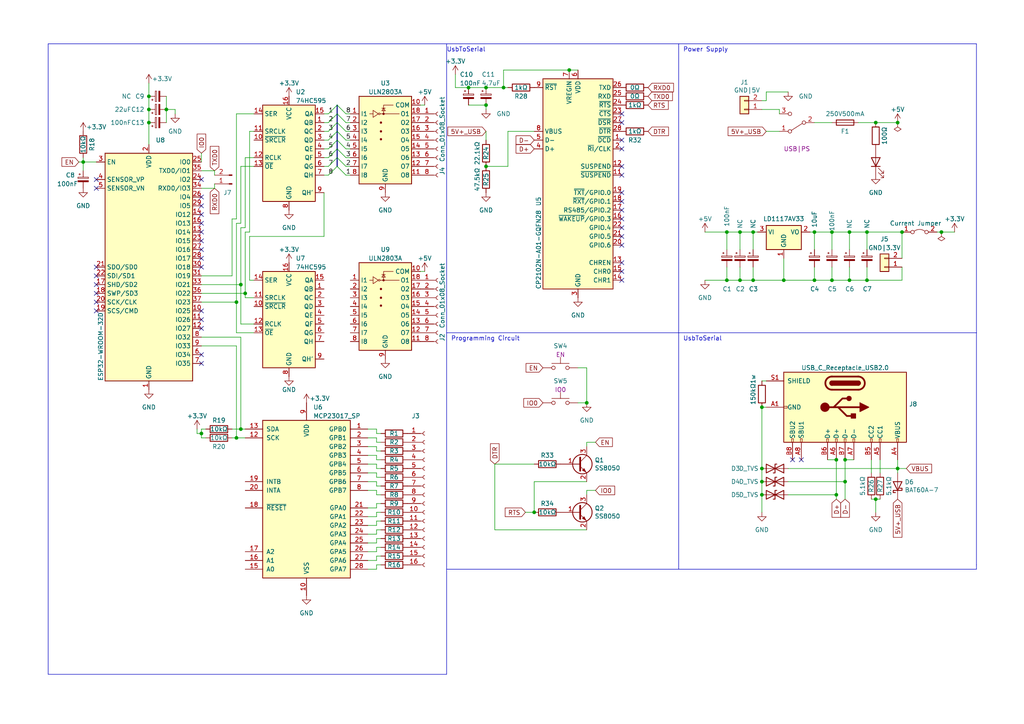
<source format=kicad_sch>
(kicad_sch (version 20230121) (generator eeschema)
  (paper "A4")
  (junction (at 210.82 81.28))
  (junction (at 220.98 135.89))
  (junction (at 260.35 35.56))
  (junction (at 68.58 127))
  (junction (at 242.57 143.51))
  (junction (at 220.98 118.11))
  (junction (at 24.13 46.99))
  (junction (at 68.58 87.63))
  (junction (at 58.42 125.73))
  (junction (at 261.62 67.31))
  (junction (at 154.94 148.59))
  (junction (at 246.38 81.28))
  (junction (at 245.11 139.7))
  (junction (at 254 35.56))
  (junction (at 218.44 81.28))
  (junction (at 69.85 82.55))
  (junction (at 242.57 133.35))
  (junction (at 241.3 67.31))
  (junction (at 140.97 30.48))
  (junction (at 260.35 135.89))
  (junction (at 227.33 81.28))
  (junction (at 165.1 20.32))
  (junction (at 218.44 67.31))
  (junction (at 210.82 67.31))
  (junction (at 135.89 25.4))
  (junction (at 140.97 25.4))
  (junction (at 214.63 81.28))
  (junction (at 43.18 27.94))
  (junction (at 48.26 31.75))
  (junction (at 245.11 133.35))
  (junction (at 254 144.78))
  (junction (at 273.05 67.31))
  (junction (at 236.22 81.28))
  (junction (at 251.46 67.31))
  (junction (at 236.22 67.31))
  (junction (at 251.46 81.28))
  (junction (at 170.18 116.84))
  (junction (at 69.85 124.46))
  (junction (at 220.98 139.7))
  (junction (at 214.63 67.31))
  (junction (at 43.18 35.56))
  (junction (at 241.3 81.28))
  (junction (at 140.97 48.26))
  (junction (at 146.05 25.4))
  (junction (at 246.38 67.31))
  (junction (at 43.18 31.75))
  (junction (at 220.98 143.51))
  (junction (at 71.12 85.09))
  (no_connect (at 180.34 50.8))
  (no_connect (at 27.94 80.01))
  (no_connect (at 27.94 90.17))
  (no_connect (at 58.42 67.31))
  (no_connect (at 180.34 66.04))
  (no_connect (at 180.34 68.58))
  (no_connect (at 180.34 58.42))
  (no_connect (at 27.94 77.47))
  (no_connect (at 180.34 48.26))
  (no_connect (at 58.42 62.23))
  (no_connect (at 180.34 63.5))
  (no_connect (at 180.34 81.28))
  (no_connect (at 58.42 72.39))
  (no_connect (at 58.42 64.77))
  (no_connect (at 58.42 77.47))
  (no_connect (at 180.34 55.88))
  (no_connect (at 58.42 57.15))
  (no_connect (at 58.42 59.69))
  (no_connect (at 58.42 95.25))
  (no_connect (at 229.87 133.35))
  (no_connect (at 27.94 87.63))
  (no_connect (at 180.34 71.12))
  (no_connect (at 58.42 105.41))
  (no_connect (at 180.34 60.96))
  (no_connect (at 58.42 52.07))
  (no_connect (at 58.42 102.87))
  (no_connect (at 27.94 54.61))
  (no_connect (at 27.94 82.55))
  (no_connect (at 180.34 76.2))
  (no_connect (at 58.42 69.85))
  (no_connect (at 180.34 40.64))
  (no_connect (at 232.41 133.35))
  (no_connect (at 180.34 78.74))
  (no_connect (at 180.34 33.02))
  (no_connect (at 180.34 43.18))
  (no_connect (at 58.42 74.93))
  (no_connect (at 180.34 35.56))
  (no_connect (at 27.94 85.09))
  (no_connect (at 58.42 90.17))
  (no_connect (at 58.42 92.71))
  (no_connect (at 27.94 52.07))
  (bus_entry (at 95.25 45.72) (size 2.54 -2.54))
  (bus_entry (at 95.25 35.56) (size 2.54 -2.54))
  (bus_entry (at 95.25 43.18) (size 2.54 -2.54))
  (bus_entry (at 100.33 43.18) (size -2.54 -2.54))
  (bus_entry (at 100.33 38.1) (size -2.54 -2.54))
  (bus_entry (at 100.33 40.64) (size -2.54 -2.54))
  (bus_entry (at 95.25 33.02) (size 2.54 -2.54))
  (bus_entry (at 100.33 35.56) (size -2.54 -2.54))
  (bus_entry (at 95.25 50.8) (size 2.54 -2.54))
  (bus_entry (at 95.25 40.64) (size 2.54 -2.54))
  (bus_entry (at 95.25 48.26) (size 2.54 -2.54))
  (bus_entry (at 100.33 45.72) (size -2.54 -2.54))
  (bus_entry (at 100.33 48.26) (size -2.54 -2.54))
  (bus_entry (at 100.33 33.02) (size -2.54 -2.54))
  (bus_entry (at 95.25 38.1) (size 2.54 -2.54))
  (bus_entry (at 100.33 50.8) (size -2.54 -2.54))
  (wire (pts (xy 58.42 44.45) (xy 58.42 46.99)))
  (wire (pts (xy 109.22 157.48) (xy 106.68 157.48)))
  (wire (pts (xy 106.68 154.94) (xy 109.22 154.94)))
  (wire (pts (xy 234.95 67.31) (xy 236.22 67.31)))
  (wire (pts (xy 109.22 133.35) (xy 110.49 133.35)))
  (wire (pts (xy 109.22 138.43) (xy 110.49 138.43)))
  (wire (pts (xy 72.39 67.31) (xy 71.12 67.31)))
  (wire (pts (xy 68.58 87.63) (xy 68.58 96.52)))
  (wire (pts (xy 58.42 82.55) (xy 69.85 82.55)))
  (wire (pts (xy 260.35 135.89) (xy 260.35 133.35)))
  (wire (pts (xy 93.98 40.64) (xy 95.25 40.64)))
  (wire (pts (xy 109.22 161.29) (xy 109.22 162.56)))
  (wire (pts (xy 261.62 74.93) (xy 261.62 67.31)))
  (wire (pts (xy 69.85 48.26) (xy 69.85 64.77)))
  (wire (pts (xy 106.68 134.62) (xy 109.22 134.62)))
  (wire (pts (xy 71.12 86.36) (xy 73.66 86.36)))
  (wire (pts (xy 109.22 146.05) (xy 109.22 147.32)))
  (wire (pts (xy 93.98 35.56) (xy 95.25 35.56)))
  (wire (pts (xy 110.49 146.05) (xy 109.22 146.05)))
  (wire (pts (xy 246.38 67.31) (xy 251.46 67.31)))
  (wire (pts (xy 132.08 21.59) (xy 132.08 25.4)))
  (wire (pts (xy 48.26 31.75) (xy 48.26 35.56)))
  (wire (pts (xy 248.92 35.56) (xy 254 35.56)))
  (wire (pts (xy 227.33 81.28) (xy 236.22 81.28)))
  (wire (pts (xy 109.22 130.81) (xy 110.49 130.81)))
  (wire (pts (xy 110.49 156.21) (xy 109.22 156.21)))
  (wire (pts (xy 69.85 64.77) (xy 68.58 64.77)))
  (wire (pts (xy 210.82 67.31) (xy 210.82 72.39)))
  (wire (pts (xy 109.22 139.7) (xy 109.22 140.97)))
  (wire (pts (xy 109.22 156.21) (xy 109.22 157.48)))
  (wire (pts (xy 140.97 25.4) (xy 146.05 25.4)))
  (wire (pts (xy 140.97 31.75) (xy 140.97 30.48)))
  (wire (pts (xy 72.39 81.28) (xy 73.66 81.28)))
  (wire (pts (xy 227.33 74.93) (xy 227.33 81.28)))
  (wire (pts (xy 43.18 35.56) (xy 43.18 41.91)))
  (wire (pts (xy 236.22 67.31) (xy 241.3 67.31)))
  (wire (pts (xy 170.18 139.7) (xy 154.94 139.7)))
  (wire (pts (xy 109.22 143.51) (xy 110.49 143.51)))
  (wire (pts (xy 222.25 26.67) (xy 228.6 26.67)))
  (wire (pts (xy 214.63 77.47) (xy 214.63 81.28)))
  (wire (pts (xy 67.31 80.01) (xy 67.31 63.5)))
  (wire (pts (xy 73.66 48.26) (xy 69.85 48.26)))
  (wire (pts (xy 58.42 97.79) (xy 69.85 97.79)))
  (wire (pts (xy 154.94 139.7) (xy 154.94 148.59)))
  (wire (pts (xy 109.22 125.73) (xy 110.49 125.73)))
  (wire (pts (xy 121.92 30.48) (xy 123.19 30.48)))
  (wire (pts (xy 43.18 27.94) (xy 43.18 31.75)))
  (wire (pts (xy 71.12 45.72) (xy 71.12 66.04)))
  (polyline (pts (xy 129.54 12.7) (xy 129.54 195.58)))
  (wire (pts (xy 251.46 67.31) (xy 251.46 72.39)))
  (wire (pts (xy 62.23 49.53) (xy 62.23 50.8)))
  (wire (pts (xy 222.25 26.67) (xy 222.25 29.21)))
  (wire (pts (xy 58.42 85.09) (xy 71.12 85.09)))
  (wire (pts (xy 69.85 82.55) (xy 69.85 93.98)))
  (wire (pts (xy 24.13 46.99) (xy 27.94 46.99)))
  (wire (pts (xy 251.46 77.47) (xy 251.46 81.28)))
  (wire (pts (xy 109.22 154.94) (xy 109.22 153.67)))
  (wire (pts (xy 109.22 142.24) (xy 109.22 143.51)))
  (wire (pts (xy 240.03 133.35) (xy 242.57 133.35)))
  (wire (pts (xy 242.57 143.51) (xy 242.57 144.78)))
  (wire (pts (xy 109.22 140.97) (xy 110.49 140.97)))
  (wire (pts (xy 170.18 106.68) (xy 170.18 116.84)))
  (wire (pts (xy 58.42 124.46) (xy 58.42 125.73)))
  (wire (pts (xy 109.22 162.56) (xy 106.68 162.56)))
  (polyline (pts (xy 13.97 12.7) (xy 196.85 12.7)))
  (wire (pts (xy 204.47 81.28) (xy 210.82 81.28)))
  (wire (pts (xy 121.92 78.74) (xy 123.19 78.74)))
  (polyline (pts (xy 196.85 96.52) (xy 283.21 96.52)))
  (wire (pts (xy 210.82 67.31) (xy 214.63 67.31)))
  (wire (pts (xy 109.22 124.46) (xy 109.22 125.73)))
  (wire (pts (xy 67.31 127) (xy 68.58 127)))
  (wire (pts (xy 214.63 81.28) (xy 218.44 81.28)))
  (polyline (pts (xy 13.97 195.58) (xy 129.54 195.58)))
  (wire (pts (xy 106.68 132.08) (xy 109.22 132.08)))
  (wire (pts (xy 204.47 67.31) (xy 210.82 67.31)))
  (wire (pts (xy 72.39 68.58) (xy 93.98 68.58)))
  (wire (pts (xy 246.38 81.28) (xy 251.46 81.28)))
  (wire (pts (xy 210.82 81.28) (xy 214.63 81.28)))
  (wire (pts (xy 236.22 67.31) (xy 236.22 72.39)))
  (wire (pts (xy 109.22 135.89) (xy 110.49 135.89)))
  (wire (pts (xy 67.31 124.46) (xy 69.85 124.46)))
  (wire (pts (xy 50.8 31.75) (xy 50.8 33.02)))
  (bus (pts (xy 97.79 43.18) (xy 97.79 40.64)))
  (wire (pts (xy 214.63 67.31) (xy 214.63 72.39)))
  (wire (pts (xy 100.33 33.02) (xy 101.6 33.02)))
  (wire (pts (xy 100.33 43.18) (xy 101.6 43.18)))
  (wire (pts (xy 260.35 137.16) (xy 260.35 135.89)))
  (wire (pts (xy 210.82 77.47) (xy 210.82 81.28)))
  (wire (pts (xy 220.98 118.11) (xy 220.98 135.89)))
  (wire (pts (xy 135.89 25.4) (xy 140.97 25.4)))
  (wire (pts (xy 245.11 133.35) (xy 247.65 133.35)))
  (wire (pts (xy 69.85 124.46) (xy 69.85 97.79)))
  (wire (pts (xy 58.42 49.53) (xy 62.23 49.53)))
  (wire (pts (xy 273.05 67.31) (xy 271.78 67.31)))
  (wire (pts (xy 58.42 125.73) (xy 58.42 127)))
  (wire (pts (xy 106.68 165.1) (xy 109.22 165.1)))
  (wire (pts (xy 172.72 128.27) (xy 170.18 128.27)))
  (wire (pts (xy 110.49 151.13) (xy 109.22 151.13)))
  (wire (pts (xy 68.58 96.52) (xy 73.66 96.52)))
  (wire (pts (xy 109.22 160.02) (xy 109.22 158.75)))
  (wire (pts (xy 245.11 133.35) (xy 245.11 139.7)))
  (wire (pts (xy 132.08 25.4) (xy 135.89 25.4)))
  (wire (pts (xy 218.44 67.31) (xy 218.44 72.39)))
  (wire (pts (xy 109.22 129.54) (xy 109.22 130.81)))
  (wire (pts (xy 68.58 127) (xy 71.12 127)))
  (wire (pts (xy 67.31 63.5) (xy 68.58 63.5)))
  (wire (pts (xy 220.98 110.49) (xy 222.25 110.49)))
  (wire (pts (xy 245.11 139.7) (xy 245.11 144.78)))
  (polyline (pts (xy 129.54 96.52) (xy 196.85 96.52)))
  (wire (pts (xy 236.22 81.28) (xy 241.3 81.28)))
  (wire (pts (xy 143.51 153.67) (xy 170.18 153.67)))
  (wire (pts (xy 109.22 127) (xy 109.22 128.27)))
  (wire (pts (xy 242.57 133.35) (xy 242.57 143.51)))
  (wire (pts (xy 109.22 148.59) (xy 110.49 148.59)))
  (wire (pts (xy 273.05 67.31) (xy 276.86 67.31)))
  (wire (pts (xy 146.05 20.32) (xy 146.05 25.4)))
  (wire (pts (xy 22.86 46.99) (xy 24.13 46.99)))
  (wire (pts (xy 48.26 31.75) (xy 50.8 31.75)))
  (wire (pts (xy 165.1 20.32) (xy 167.64 20.32)))
  (bus (pts (xy 97.79 45.72) (xy 97.79 43.18)))
  (wire (pts (xy 218.44 81.28) (xy 227.33 81.28)))
  (wire (pts (xy 109.22 153.67) (xy 110.49 153.67)))
  (wire (pts (xy 260.35 135.89) (xy 262.89 135.89)))
  (bus (pts (xy 97.79 38.1) (xy 97.79 35.56)))
  (wire (pts (xy 109.22 128.27) (xy 110.49 128.27)))
  (wire (pts (xy 93.98 50.8) (xy 95.25 50.8)))
  (wire (pts (xy 68.58 100.33) (xy 68.58 127)))
  (wire (pts (xy 254 144.78) (xy 255.27 144.78)))
  (wire (pts (xy 109.22 165.1) (xy 109.22 163.83)))
  (wire (pts (xy 24.13 45.72) (xy 24.13 46.99)))
  (wire (pts (xy 147.32 38.1) (xy 154.94 38.1)))
  (wire (pts (xy 140.97 38.1) (xy 140.97 40.64)))
  (wire (pts (xy 58.42 80.01) (xy 67.31 80.01)))
  (wire (pts (xy 241.3 67.31) (xy 241.3 72.39)))
  (wire (pts (xy 71.12 66.04) (xy 69.85 66.04)))
  (wire (pts (xy 261.62 77.47) (xy 261.62 81.28)))
  (wire (pts (xy 220.98 118.11) (xy 222.25 118.11)))
  (wire (pts (xy 58.42 100.33) (xy 68.58 100.33)))
  (wire (pts (xy 106.68 127) (xy 109.22 127)))
  (bus (pts (xy 97.79 48.26) (xy 97.79 45.72)))
  (polyline (pts (xy 196.85 12.7) (xy 283.21 12.7)))
  (wire (pts (xy 143.51 134.62) (xy 143.51 153.67)))
  (wire (pts (xy 100.33 40.64) (xy 101.6 40.64)))
  (wire (pts (xy 246.38 67.31) (xy 246.38 72.39)))
  (wire (pts (xy 222.25 29.21) (xy 220.98 29.21)))
  (wire (pts (xy 106.68 139.7) (xy 109.22 139.7)))
  (wire (pts (xy 143.51 134.62) (xy 154.94 134.62)))
  (wire (pts (xy 72.39 68.58) (xy 72.39 81.28)))
  (wire (pts (xy 251.46 67.31) (xy 261.62 67.31)))
  (wire (pts (xy 255.27 133.35) (xy 255.27 137.16)))
  (wire (pts (xy 71.12 85.09) (xy 71.12 67.31)))
  (wire (pts (xy 241.3 67.31) (xy 246.38 67.31)))
  (bus (pts (xy 97.79 35.56) (xy 97.79 33.02)))
  (wire (pts (xy 170.18 128.27) (xy 170.18 129.54)))
  (wire (pts (xy 251.46 81.28) (xy 261.62 81.28)))
  (polyline (pts (xy 283.21 96.52) (xy 283.21 163.83)))
  (wire (pts (xy 109.22 158.75) (xy 110.49 158.75)))
  (wire (pts (xy 109.22 147.32) (xy 106.68 147.32)))
  (wire (pts (xy 109.22 134.62) (xy 109.22 135.89)))
  (wire (pts (xy 170.18 142.24) (xy 170.18 143.51)))
  (wire (pts (xy 135.89 30.48) (xy 140.97 30.48)))
  (wire (pts (xy 226.06 31.75) (xy 226.06 33.02)))
  (wire (pts (xy 106.68 137.16) (xy 109.22 137.16)))
  (wire (pts (xy 241.3 81.28) (xy 246.38 81.28)))
  (wire (pts (xy 220.98 31.75) (xy 226.06 31.75)))
  (wire (pts (xy 106.68 129.54) (xy 109.22 129.54)))
  (wire (pts (xy 57.15 124.46) (xy 57.15 125.73)))
  (wire (pts (xy 59.69 124.46) (xy 58.42 124.46)))
  (wire (pts (xy 220.98 139.7) (xy 220.98 135.89)))
  (polyline (pts (xy 196.85 12.7) (xy 196.85 165.1)))
  (wire (pts (xy 58.42 54.61) (xy 62.23 54.61)))
  (wire (pts (xy 110.49 161.29) (xy 109.22 161.29)))
  (wire (pts (xy 254 35.56) (xy 260.35 35.56)))
  (wire (pts (xy 68.58 33.02) (xy 73.66 33.02)))
  (wire (pts (xy 241.3 35.56) (xy 236.22 35.56)))
  (wire (pts (xy 246.38 77.47) (xy 246.38 81.28)))
  (bus (pts (xy 97.79 40.64) (xy 97.79 38.1)))
  (wire (pts (xy 72.39 38.1) (xy 73.66 38.1)))
  (wire (pts (xy 93.98 33.02) (xy 95.25 33.02)))
  (wire (pts (xy 43.18 24.13) (xy 43.18 27.94)))
  (wire (pts (xy 71.12 86.36) (xy 71.12 85.09)))
  (wire (pts (xy 100.33 50.8) (xy 101.6 50.8)))
  (wire (pts (xy 220.98 143.51) (xy 220.98 148.59)))
  (wire (pts (xy 222.25 38.1) (xy 226.06 38.1)))
  (wire (pts (xy 62.23 54.61) (xy 62.23 53.34)))
  (wire (pts (xy 241.3 77.47) (xy 241.3 81.28)))
  (wire (pts (xy 218.44 67.31) (xy 219.71 67.31)))
  (wire (pts (xy 58.42 127) (xy 59.69 127)))
  (wire (pts (xy 93.98 55.88) (xy 93.98 68.58)))
  (wire (pts (xy 106.68 124.46) (xy 109.22 124.46)))
  (wire (pts (xy 140.97 48.26) (xy 147.32 48.26)))
  (wire (pts (xy 24.13 46.99) (xy 24.13 49.53)))
  (wire (pts (xy 43.18 31.75) (xy 43.18 35.56)))
  (wire (pts (xy 58.42 87.63) (xy 68.58 87.63)))
  (polyline (pts (xy 13.97 12.7) (xy 13.97 195.58)))
  (wire (pts (xy 100.33 45.72) (xy 101.6 45.72)))
  (wire (pts (xy 93.98 45.72) (xy 95.25 45.72)))
  (wire (pts (xy 100.33 48.26) (xy 101.6 48.26)))
  (wire (pts (xy 228.6 143.51) (xy 242.57 143.51)))
  (wire (pts (xy 152.4 148.59) (xy 154.94 148.59)))
  (wire (pts (xy 71.12 124.46) (xy 69.85 124.46)))
  (wire (pts (xy 73.66 45.72) (xy 71.12 45.72)))
  (wire (pts (xy 220.98 143.51) (xy 220.98 139.7)))
  (wire (pts (xy 146.05 25.4) (xy 147.32 25.4)))
  (wire (pts (xy 214.63 67.31) (xy 218.44 67.31)))
  (wire (pts (xy 106.68 152.4) (xy 109.22 152.4)))
  (wire (pts (xy 48.26 27.94) (xy 48.26 31.75)))
  (wire (pts (xy 106.68 149.86) (xy 109.22 149.86)))
  (wire (pts (xy 236.22 77.47) (xy 236.22 81.28)))
  (bus (pts (xy 97.79 33.02) (xy 97.79 30.48)))
  (wire (pts (xy 147.32 48.26) (xy 147.32 38.1)))
  (wire (pts (xy 218.44 77.47) (xy 218.44 81.28)))
  (polyline (pts (xy 283.21 163.83) (xy 283.21 165.1)))
  (wire (pts (xy 109.22 149.86) (xy 109.22 148.59)))
  (wire (pts (xy 106.68 160.02) (xy 109.22 160.02)))
  (wire (pts (xy 72.39 38.1) (xy 72.39 67.31)))
  (wire (pts (xy 69.85 66.04) (xy 69.85 82.55)))
  (wire (pts (xy 68.58 64.77) (xy 68.58 87.63)))
  (wire (pts (xy 93.98 38.1) (xy 95.25 38.1)))
  (wire (pts (xy 100.33 35.56) (xy 101.6 35.56)))
  (wire (pts (xy 228.6 135.89) (xy 260.35 135.89)))
  (wire (pts (xy 57.15 125.73) (xy 58.42 125.73)))
  (polyline (pts (xy 196.85 165.1) (xy 283.21 165.1)))
  (wire (pts (xy 252.73 144.78) (xy 254 144.78)))
  (wire (pts (xy 109.22 151.13) (xy 109.22 152.4)))
  (polyline (pts (xy 283.21 12.7) (xy 283.21 96.52)))
  (wire (pts (xy 172.72 142.24) (xy 170.18 142.24)))
  (wire (pts (xy 106.68 142.24) (xy 109.22 142.24)))
  (wire (pts (xy 109.22 132.08) (xy 109.22 133.35)))
  (wire (pts (xy 228.6 139.7) (xy 245.11 139.7)))
  (wire (pts (xy 167.64 106.68) (xy 170.18 106.68)))
  (wire (pts (xy 252.73 133.35) (xy 252.73 137.16)))
  (wire (pts (xy 254 144.78) (xy 254 148.59)))
  (wire (pts (xy 93.98 43.18) (xy 95.25 43.18)))
  (wire (pts (xy 109.22 163.83) (xy 110.49 163.83)))
  (wire (pts (xy 73.66 93.98) (xy 69.85 93.98)))
  (wire (pts (xy 165.1 20.32) (xy 146.05 20.32)))
  (wire (pts (xy 93.98 48.26) (xy 95.25 48.26)))
  (wire (pts (xy 100.33 38.1) (xy 101.6 38.1)))
  (wire (pts (xy 167.64 116.84) (xy 170.18 116.84)))
  (polyline (pts (xy 129.54 165.1) (xy 196.85 165.1)))
  (wire (pts (xy 68.58 33.02) (xy 68.58 63.5)))
  (wire (pts (xy 109.22 137.16) (xy 109.22 138.43)))
  (text "Programming Circuit" (at 130.81 99.06 0) (effects (font (size 1.27 1.27)) (justify left bottom)))
  (text "UsbToSerial" (at 129.54 15.24 0) (effects (font (size 1.27 1.27)) (justify left bottom)))
  (text "Power Supply" (at 198.12 15.24 0) (effects (font (size 1.27 1.27)) (justify left bottom)))
  (text "UsbToSerial" (at 198.12 99.06 0) (effects (font (size 1.27 1.27)) (justify left bottom)))
  (label "2" (at 100.33 48.26 0))
  (label "7" (at 95.25 48.26 0))
  (label "1" (at 100.33 50.8 0))
  (label "4" (at 95.25 40.64 0))
  (label "3" (at 95.25 38.1 0))
  (label "6" (at 95.25 45.72 0))
  (label "4" (at 100.33 43.18 0))
  (label "2" (at 95.25 35.56 0))
  (label "6" (at 100.33 38.1 0))
  (label "1" (at 95.25 33.02 0))
  (label "5" (at 95.25 43.18 0))
  (label "8" (at 100.33 33.02 0))
  (label "5" (at 100.33 40.64 0))
  (label "3" (at 100.33 45.72 0))
  (label "8" (at 95.25 50.8 0))
  (label "7" (at 100.33 35.56 0))
  (global_label "EN" (shape input) (at 22.86 46.99 180) (property "Intersheetrefs" "${INTERSHEET_REFS}" (effects hide)))
  (global_label "D+" (shape input) (at 242.57 144.78 270) (property "Intersheetrefs" "${INTERSHEET_REFS}" (effects hide)))
  (global_label "RXD0" (shape input) (at 62.23 54.61 270) (property "Intersheetrefs" "${INTERSHEET_REFS}" (effects hide)))
  (global_label "IO0" (shape input) (at 58.42 44.45 90) (property "Intersheetrefs" "${INTERSHEET_REFS}" (effects hide)))
  (global_label "RTS" (shape input) (at 187.96 30.48 0) (property "Intersheetrefs" "${INTERSHEET_REFS}" (effects hide)))
  (global_label "EN" (shape input) (at 172.72 128.27 0) (property "Intersheetrefs" "${INTERSHEET_REFS}" (effects hide)))
  (global_label "IO0" (shape input) (at 172.72 142.24 0) (property "Intersheetrefs" "${INTERSHEET_REFS}" (effects hide)))
  (global_label "EN" (shape input) (at 157.48 106.68 180) (property "Intersheetrefs" "${INTERSHEET_REFS}" (effects hide)))
  (global_label "RTS" (shape input) (at 152.4 148.59 180) (property "Intersheetrefs" "${INTERSHEET_REFS}" (effects hide)))
  (global_label "VBUS" (shape input) (at 262.89 135.89 0) (property "Intersheetrefs" "${INTERSHEET_REFS}" (effects hide)))
  (global_label "DTR" (shape input) (at 143.51 134.62 90) (property "Intersheetrefs" "${INTERSHEET_REFS}" (effects hide)))
  (global_label "D-" (shape input) (at 245.11 144.78 270) (property "Intersheetrefs" "${INTERSHEET_REFS}" (effects hide)))
  (global_label "5V+_USB" (shape input) (at 260.35 144.78 270) (property "Intersheetrefs" "${INTERSHEET_REFS}" (effects hide)))
  (global_label "5V+_USB" (shape input) (at 222.25 38.1 180) (property "Intersheetrefs" "${INTERSHEET_REFS}" (effects hide)))
  (global_label "IO0" (shape input) (at 157.48 116.84 180) (property "Intersheetrefs" "${INTERSHEET_REFS}" (effects hide)))
  (global_label "RXD0" (shape input) (at 187.96 25.4 0) (property "Intersheetrefs" "${INTERSHEET_REFS}" (effects hide)))
  (global_label "DTR" (shape input) (at 187.96 38.1 0) (property "Intersheetrefs" "${INTERSHEET_REFS}" (effects hide)))
  (global_label "D+" (shape input) (at 154.94 43.18 180) (property "Intersheetrefs" "${INTERSHEET_REFS}" (effects hide)))
  (global_label "TXD0" (shape input) (at 187.96 27.94 0) (property "Intersheetrefs" "${INTERSHEET_REFS}" (effects hide)))
  (global_label "D-" (shape input) (at 154.94 40.64 180) (property "Intersheetrefs" "${INTERSHEET_REFS}" (effects hide)))
  (global_label "TXD0" (shape input) (at 62.23 49.53 90) (property "Intersheetrefs" "${INTERSHEET_REFS}" (effects hide)))
  (global_label "5V+_USB" (shape input) (at 140.97 38.1 180) (property "Intersheetrefs" "${INTERSHEET_REFS}" (effects hide)))
  (symbol (lib_id "power:GND") (at 228.6 26.67 0) (unit 1)
    (property "Reference" "#PWR025" (effects hide))
    (property "Value" "GND" (at 233.68 27.94 0))
  )
  (symbol (lib_id "Device:C_Polarized_Small") (at 210.82 74.93 0) (unit 1)
    (property "Reference" "C1" (at 209.55 83.82 0) (effects (justify left)))
    (property "Value" "100nF" (at 210.82 59.69 90) (effects (justify right)))
    (property "Footprint" "Capacitor_SMD:C_0603_1608Metric_Pad1.08x0.95mm_HandSolder" (effects hide))
    (property "Datasheet" "https://www.distrelec.ch/en/ceramic-capacitor-100nf-50vdc-0805-rnd-components-rnd-1500805b104j500nt/p/30086635?q=smd+capacitor+&pos=5&origPos=990&origPageSize=50&track=true" (effects hide))
    (property "JLCPCB" "C14663" (effects hide))
    (property "LCSC" "C14663" (effects hide))
  )
  (symbol (lib_id "Device:R") (at 220.98 114.3 0) (unit 1)
    (property "Reference" "R23" (effects hide))
    (property "Value" "150kΩ1w" (at 218.44 113.03 90))
    (property "Footprint" "Resistor_SMD:R_2512_6332Metric_Pad1.40x3.35mm_HandSolder" (effects hide))
    (property "JLCPCB" "C25719" (effects hide))
  )
  (symbol (lib_id "Device:C_Polarized_Small") (at 246.38 74.93 0) (unit 1)
    (property "Reference" "C6" (at 245.11 83.82 0) (effects (justify left)))
    (property "Value" "NC" (at 246.38 63.5 90) (effects (justify right)))
    (property "Footprint" "Capacitor_SMD:C_0805_2012Metric_Pad1.18x1.45mm_HandSolder" (effects hide))
    (property "Datasheet" "https://www.distrelec.ch/en/ceramic-capacitor-100nf-50vdc-0805-rnd-components-rnd-1500805b104j500nt/p/30086635?q=smd+capacitor+&pos=5&origPos=990&origPageSize=50&track=true" (effects hide))
  )
  (symbol (lib_id "Device:R") (at 140.97 44.45 0) (unit 1)
    (property "Reference" "R24" (at 140.97 44.45 90))
    (property "Value" "22.1kΩ" (at 138.43 44.45 90))
    (property "Footprint" "Resistor_SMD:R_0603_1608Metric_Pad0.98x0.95mm_HandSolder" (effects hide))
    (property "JLCPCB" "C25961" (effects hide))
  )
  (symbol (lib_id "Device:C_Polarized_Small") (at 251.46 74.93 0) (unit 1)
    (property "Reference" "C7" (at 250.19 83.82 0) (effects (justify left)))
    (property "Value" "NC" (at 251.46 63.5 90) (effects (justify right)))
    (property "Footprint" "Capacitor_SMD:C_0805_2012Metric_Pad1.18x1.45mm_HandSolder" (effects hide))
    (property "Datasheet" "https://www.distrelec.ch/en/ceramic-capacitor-100nf-50vdc-0805-rnd-components-rnd-1500805b104j500nt/p/30086635?q=smd+capacitor+&pos=5&origPos=990&origPageSize=50&track=true" (effects hide))
  )
  (symbol (lib_id "Device:C_Polarized_Small") (at 218.44 74.93 0) (unit 1)
    (property "Reference" "C3" (at 217.17 83.82 0) (effects (justify left)))
    (property "Value" "NC" (at 218.44 63.5 90) (effects (justify right)))
    (property "Footprint" "Capacitor_SMD:C_0805_2012Metric_Pad1.18x1.45mm_HandSolder" (effects hide))
    (property "Datasheet" "https://www.distrelec.ch/en/ceramic-capacitor-100nf-50vdc-0805-rnd-components-rnd-1500805b104j500nt/p/30086635?q=smd+capacitor+&pos=5&origPos=990&origPageSize=50&track=true" (effects hide))
  )
  (symbol (lib_id "power:GND") (at 170.18 116.84 0) (unit 1)
    (property "Reference" "#PWR022" (effects hide))
    (property "Value" "GND" (at 170.18 121.92 0))
  )
  (symbol (lib_id "power:GND") (at 220.98 148.59 0) (unit 1)
    (property "Reference" "#PWR021" (effects hide))
    (property "Value" "GND" (at 220.98 153.67 0))
  )
  (symbol (lib_id "Device:R") (at 114.3 133.35 90) (unit 1)
    (property "Reference" "R4" (at 114.3 133.35 90))
    (property "Value" "R" (effects hide))
  )
  (symbol (lib_id "Device:R") (at 140.97 52.07 0) (unit 1)
    (property "Reference" "R25" (at 140.97 52.07 90))
    (property "Value" "47.5kΩ" (at 138.43 52.07 90))
    (property "Footprint" "Resistor_SMD:R_0603_1608Metric_Pad0.98x0.95mm_HandSolder" (effects hide))
    (property "JLCPCB" "C23061" (effects hide))
  )
  (symbol (lib_id "Transistor_Array:ULN2803A") (at 111.76 86.36 0) (unit 1)
    (property "Reference" "U9" (at 111.76 72.39 0))
    (property "Value" "ULN2803A" (at 111.76 74.93 0))
    (property "Footprint" "Package_DIP:DIP-18_W7.62mm_LongPads" (effects hide))
    (property "Datasheet" "http://www.ti.com/lit/ds/symlink/uln2803a.pdf" (effects hide))
  )
  (symbol (lib_id "Device:R") (at 114.3 135.89 90) (unit 1)
    (property "Reference" "R5" (at 114.3 135.89 90))
    (property "Value" "R" (effects hide))
  )
  (symbol (lib_id "Device:R") (at 114.3 138.43 90) (unit 1)
    (property "Reference" "R6" (at 114.3 138.43 90))
    (property "Value" "R" (effects hide))
  )
  (symbol (lib_id "power:+5V") (at 204.47 67.31 0) (unit 1)
    (property "Reference" "#PWR028" (effects hide))
    (property "Value" "+5V" (at 204.47 63.5 0))
  )
  (symbol (lib_id "Diode:BAT60A") (at 260.35 140.97 90) (unit 1)
    (property "Reference" "D6" (at 262.382 139.8016 90) (effects (justify right)))
    (property "Value" "BAT60A-7" (at 262.382 142.113 90) (effects (justify right)))
    (property "Footprint" "Diode_SMD:D_SOD-323" (effects hide))
    (property "Datasheet" "https://www.infineon.com/dgdl/Infineon-BAT60ASERIES-DS-v01_01-en.pdf?fileId=db3a304313d846880113def70c9304a9" (effects hide))
    (property "JLCPCB" "C124187" (effects hide))
  )
  (symbol (lib_id "Interface_Expansion:MCP23017_SP") (at 88.9 144.78 0) (unit 1)
    (property "Reference" "U6" (at 90.8559 118.11 0) (effects (justify left)))
    (property "Value" "MCP23017_SP" (at 90.8559 120.65 0) (effects (justify left)))
    (property "Footprint" "Package_DIP:DIP-28_W7.62mm" (effects hide))
    (property "Datasheet" "http://ww1.microchip.com/downloads/en/DeviceDoc/20001952C.pdf" (effects hide))
  )
  (symbol (lib_id "power:PWR_FLAG") (at 273.05 67.31 180) (unit 1)
    (property "Reference" "#FLG04" (effects hide))
    (property "Value" "PWR_FLAG" (effects hide))
  )
  (symbol (lib_id "power:GND") (at 111.76 55.88 0) (unit 1)
    (property "Reference" "#PWR014" (effects hide))
    (property "Value" "GND" (at 111.76 60.96 0))
  )
  (symbol (lib_id "power:GND") (at 111.76 104.14 0) (unit 1)
    (property "Reference" "#PWR09" (effects hide))
    (property "Value" "GND" (at 111.76 109.22 0))
  )
  (symbol (lib_id "Device:R") (at 114.3 130.81 90) (unit 1)
    (property "Reference" "R3" (at 114.3 130.81 90))
    (property "Value" "R" (effects hide))
  )
  (symbol (lib_id "power:+5V") (at 123.19 78.74 0) (unit 1)
    (property "Reference" "#PWR08" (effects hide))
    (property "Value" "+5V" (at 123.19 74.93 0))
  )
  (symbol (lib_id "Device:R") (at 158.75 148.59 270) (unit 1)
    (property "Reference" "R34" (at 158.75 146.05 90))
    (property "Value" "10kΩ" (at 158.75 148.59 90))
    (property "Footprint" "Resistor_SMD:R_0603_1608Metric_Pad0.98x0.95mm_HandSolder" (effects hide))
    (property "Datasheet" "0603WAF1002T5E" (effects hide))
    (property "JLCPCB" "C25804" (effects hide))
  )
  (symbol (lib_id "Device:R") (at 184.15 30.48 270) (unit 1)
    (property "Reference" "R31" (effects hide))
    (property "Value" "1kΩ" (at 184.15 30.48 90))
    (property "Footprint" "Resistor_SMD:R_1206_3216Metric_Pad1.30x1.75mm_HandSolder" (effects hide))
    (property "JLCPCB" "C4410" (effects hide))
  )
  (symbol (lib_id "Device:C_Polarized_Small") (at 214.63 74.93 0) (unit 1)
    (property "Reference" "C2" (at 213.36 83.82 0) (effects (justify left)))
    (property "Value" "NC" (at 214.63 63.5 90) (effects (justify right)))
    (property "Footprint" "Capacitor_SMD:C_0805_2012Metric_Pad1.18x1.45mm_HandSolder" (effects hide))
    (property "Datasheet" "https://www.distrelec.ch/en/ceramic-capacitor-100nf-50vdc-0805-rnd-components-rnd-1500805b104j500nt/p/30086635?q=smd+capacitor+&pos=5&origPos=990&origPageSize=50&track=true" (effects hide))
  )
  (symbol (lib_id "Device:R") (at 252.73 140.97 0) (unit 1)
    (property "Reference" "R26" (at 252.73 140.97 90))
    (property "Value" "5.1kΩ" (at 250.19 140.97 90))
    (property "Footprint" "Resistor_SMD:R_0603_1608Metric_Pad0.98x0.95mm_HandSolder" (effects hide))
    (property "JLCPCB" "C23186" (effects hide))
  )
  (symbol (lib_id "Switch:SW_SPDT") (at 231.14 35.56 180) (unit 1)
    (property "Reference" "SW1" (effects hide))
    (property "Value" "USB | PS" (effects hide))
    (property "Footprint" "Connector_PinHeader_2.54mm:PinHeader_1x03_P2.54mm_Vertical" (effects hide))
    (property "PcbText" "USB|PS" (at 231.14 43.18 0))
  )
  (symbol (lib_id "Connector:USB_C_Receptacle_USB2.0") (at 245.11 118.11 270) (unit 1)
    (property "Reference" "J8" (at 263.652 117.2015 90) (effects (justify left)))
    (property "Value" "USB_C_Receptacle_USB2.0" (at 232.41 106.68 90) (effects (justify left)))
    (property "Footprint" "Connector_USB:USB_C_Receptacle_HRO_TYPE-C-31-M-12" (effects hide))
    (property "Datasheet" "https://www.usb.org/sites/default/files/documents/usb_type-c.zip" (effects hide))
    (property "JLCPCB" "C167321" (effects hide))
  )
  (symbol (lib_id "Device:C_Polarized_Small") (at 45.72 31.75 90) (unit 1)
    (property "Reference" "C12" (at 41.91 31.75 90) (effects (justify left)))
    (property "Value" "22uF" (at 38.1 31.75 90) (effects (justify left)))
    (property "Footprint" "Capacitor_SMD:C_0603_1608Metric_Pad1.08x0.95mm_HandSolder" (effects hide))
    (property "Datasheet" "CL10A226MQ8NRNC" (effects hide))
    (property "JLCPCB" "C59461" (effects hide))
  )
  (symbol (lib_id "Device:R") (at 114.3 156.21 90) (unit 1)
    (property "Reference" "R13" (at 114.3 156.21 90))
    (property "Value" "R" (effects hide))
  )
  (symbol (lib_id "Transistor_Array:ULN2803A") (at 111.76 38.1 0) (unit 1)
    (property "Reference" "U3" (at 111.76 24.13 0))
    (property "Value" "ULN2803A" (at 111.76 26.67 0))
    (property "Footprint" "Package_DIP:DIP-18_W7.62mm_LongPads" (effects hide))
    (property "Datasheet" "http://www.ti.com/lit/ds/symlink/uln2803a.pdf" (effects hide))
  )
  (symbol (lib_id "Device:R") (at 114.3 151.13 90) (unit 1)
    (property "Reference" "R11" (at 114.3 151.13 90))
    (property "Value" "R" (effects hide))
  )
  (symbol (lib_id "power:GND") (at 83.82 109.22 0) (unit 1)
    (property "Reference" "#PWR010" (effects hide))
    (property "Value" "GND" (at 83.82 113.03 0))
  )
  (symbol (lib_id "power:GND") (at 254 50.8 0) (unit 1)
    (property "Reference" "#PWR026" (effects hide))
    (property "Value" "GND" (at 254 55.88 0))
  )
  (symbol (lib_id "power:+5V") (at 260.35 35.56 0) (unit 1)
    (property "Reference" "#PWR027" (effects hide))
    (property "Value" "+5V" (at 260.35 31.75 0))
  )
  (symbol (lib_id "Device:Fuse") (at 245.11 35.56 90) (unit 1)
    (property "Reference" "F1" (at 245.11 38.1 90))
    (property "Value" "250V500mA" (at 245.11 33.02 90))
    (property "Footprint" "Fuse:Fuseholder_TR5_Littelfuse_No560_No460" (effects hide))
  )
  (symbol (lib_id "power:GND") (at 204.47 81.28 0) (unit 1)
    (property "Reference" "#PWR017" (effects hide))
    (property "Value" "GND" (at 204.47 86.36 0))
  )
  (symbol (lib_id "Device:C_Polarized_Small") (at 45.72 27.94 90) (unit 1)
    (property "Reference" "C9" (at 41.91 27.94 90) (effects (justify left)))
    (property "Value" "NC" (at 38.1 27.94 90) (effects (justify left)))
    (property "Footprint" "Capacitor_SMD:C_0603_1608Metric_Pad1.08x0.95mm_HandSolder" (effects hide))
    (property "Datasheet" "CL10A226MQ8NRNC" (effects hide))
  )
  (symbol (lib_id "Device:D_TVS") (at 224.79 139.7 180) (unit 1)
    (property "Reference" "D4" (at 213.36 139.7 0))
    (property "Value" "D_TVS" (at 217.17 139.7 0))
    (property "Footprint" "Diode_SMD:D_SOD-523" (effects hide))
    (property "JLCPCB" "C383211" (effects hide))
  )
  (symbol (lib_id "power:+3.3V") (at 24.13 38.1 0) (unit 1)
    (property "Reference" "#PWR01" (effects hide))
    (property "Value" "+3.3V" (at 27.94 36.83 0))
  )
  (symbol (lib_id "Device:R") (at 114.3 146.05 90) (unit 1)
    (property "Reference" "R9" (at 114.3 146.05 90))
    (property "Value" "R" (effects hide))
  )
  (symbol (lib_id "power:+3.3V") (at 43.18 24.13 0) (unit 1)
    (property "Reference" "#PWR02" (effects hide))
    (property "Value" "+3.3V" (at 46.99 22.86 0))
  )
  (symbol (lib_id "Device:R") (at 114.3 125.73 90) (unit 1)
    (property "Reference" "R1" (at 114.3 125.73 90))
    (property "Value" "R" (effects hide))
  )
  (symbol (lib_id "Device:R") (at 184.15 27.94 270) (unit 1)
    (property "Reference" "R30" (effects hide))
    (property "Value" "0Ω" (at 184.15 27.94 90))
    (property "Footprint" "Resistor_SMD:R_0805_2012Metric_Pad1.20x1.40mm_HandSolder" (effects hide))
    (property "JLCPCB" "C17477" (effects hide))
  )
  (symbol (lib_id "Connector_Generic:Conn_01x02") (at 256.54 77.47 180) (unit 1)
    (property "Reference" "J5" (at 256.54 69.342 0))
    (property "Value" "GND|3.3V" (at 256.54 71.882 0))
    (property "Footprint" "Connector_JST:JST_XH_B2B-XH-A_1x02_P2.50mm_Vertical" (effects hide))
  )
  (symbol (lib_id "Device:Q_NPN_BEC") (at 167.64 148.59 0) (unit 1)
    (property "Reference" "Q2" (at 172.466 147.4216 0) (effects (justify left)))
    (property "Value" "SS8050" (at 172.466 149.733 0) (effects (justify left)))
    (property "Footprint" "Package_TO_SOT_SMD:SOT-23" (effects hide))
    (property "Datasheet" "http://www.onsemi.com/pub_link/Collateral/2N2219-D.PDF" (effects hide))
    (property "JLCPCB" "C177739" (effects hide))
  )
  (symbol (lib_id "power:GND") (at 167.64 86.36 0) (unit 1)
    (property "Reference" "#PWR023" (effects hide))
    (property "Value" "GND" (at 167.64 91.44 0))
  )
  (symbol (lib_id "Device:C_Polarized_Small") (at 236.22 74.93 0) (unit 1)
    (property "Reference" "C4" (at 234.95 83.82 0) (effects (justify left)))
    (property "Value" "10uF" (at 236.22 66.04 90) (effects (justify left)))
    (property "Footprint" "Capacitor_THT:CP_Radial_D6.3mm_P2.50mm" (effects hide))
    (property "Field4" "Do not connect" (effects hide))
  )
  (symbol (lib_id "Device:R") (at 24.13 41.91 180) (unit 1)
    (property "Reference" "R18" (at 26.67 41.91 90))
    (property "Value" "10kΩ" (at 24.13 41.91 90))
    (property "Footprint" "Resistor_SMD:R_0603_1608Metric_Pad0.98x0.95mm_HandSolder" (effects hide))
    (property "Datasheet" "0603WAF1002T5E" (effects hide))
    (property "JLCPCB" "C25804" (effects hide))
  )
  (symbol (lib_id "Device:R") (at 114.3 140.97 90) (unit 1)
    (property "Reference" "R7" (at 114.3 140.97 90))
    (property "Value" "R" (effects hide))
  )
  (symbol (lib_id "Device:R") (at 63.5 124.46 90) (unit 1)
    (property "Reference" "R19" (at 63.5 121.92 90))
    (property "Value" "10kΩ" (at 63.5 124.46 90))
    (property "Footprint" "Resistor_SMD:R_0603_1608Metric_Pad0.98x0.95mm_HandSolder" (effects hide))
    (property "Datasheet" "0603WAF1002T5E" (effects hide))
    (property "JLCPCB" "C25804" (effects hide))
  )
  (symbol (lib_id "Device:C_Polarized_Small") (at 45.72 35.56 90) (unit 1)
    (property "Reference" "C13" (at 41.91 35.56 90) (effects (justify left)))
    (property "Value" "100nF" (at 38.1 35.56 90) (effects (justify left)))
    (property "Footprint" "Capacitor_SMD:C_0603_1608Metric_Pad1.08x0.95mm_HandSolder" (effects hide))
    (property "JLCPCB" "C14663" (effects hide))
  )
  (symbol (lib_id "Regulator_Linear:LD1117S33TR_SOT223") (at 227.33 67.31 0) (unit 1)
    (property "Reference" "U1" (effects hide))
    (property "Value" "LD1117AV33" (at 227.33 63.4746 0))
    (property "Footprint" "Package_TO_SOT_THT:TO-220-3_Vertical" (effects hide))
    (property "Datasheet" "http://www.st.com/st-web-ui/static/active/en/resource/technical/document/datasheet/CD00000544.pdf" (effects hide))
  )
  (symbol (lib_id "Device:R") (at 114.3 158.75 90) (unit 1)
    (property "Reference" "R14" (at 114.3 158.75 90))
    (property "Value" "R" (effects hide))
  )
  (symbol (lib_id "Switch:SW_Push") (at 162.56 106.68 0) (unit 1)
    (property "Reference" "SW4" (at 162.56 100.33 0))
    (property "Value" "Switch" (effects hide))
    (property "Footprint" "Button_Switch_SMD:SW_SPST_SKQG_WithStem" (effects hide))
    (property "JLCPCB" "C318884" (effects hide))
    (property "Label" "EN" (at 162.56 102.87 0))
  )
  (symbol (lib_id "74xx:74HC595") (at 83.82 43.18 0) (unit 1)
    (property "Reference" "U2" (at 85.7759 26.67 0) (effects (justify left)))
    (property "Value" "74HC595" (at 85.7759 29.21 0) (effects (justify left)))
    (property "Footprint" "Package_DIP:DIP-16_W7.62mm_Socket_LongPads" (effects hide))
    (property "Datasheet" "http://www.ti.com/lit/ds/symlink/sn74hc595.pdf" (effects hide))
  )
  (symbol (lib_id "Device:R") (at 184.15 38.1 270) (unit 1)
    (property "Reference" "R32" (at 184.15 40.64 90))
    (property "Value" "1kΩ" (at 184.15 38.1 90))
    (property "Footprint" "Resistor_SMD:R_0603_1608Metric_Pad0.98x0.95mm_HandSolder" (effects hide))
    (property "JLCPCB" "C25585" (effects hide))
  )
  (symbol (lib_id "power:+3.3V") (at 57.15 124.46 0) (unit 1)
    (property "Reference" "#PWR020" (effects hide))
    (property "Value" "+3.3V" (at 57.15 120.65 0))
  )
  (symbol (lib_id "Connector:Conn_01x08_Socket") (at 127 40.64 0) (unit 1)
    (property "Reference" "J4" (at 128.27 50.8 90) (effects (justify left)))
    (property "Value" "Conn_01x08_Socket" (at 128.27 46.99 90) (effects (justify left)))
    (property "Footprint" "Connector_PinSocket_2.54mm:PinSocket_1x08_P2.54mm_Vertical" (effects hide))
  )
  (symbol (lib_id "power:GND") (at 140.97 55.88 0) (unit 1)
    (property "Reference" "#PWR024" (effects hide))
    (property "Value" "GND" (at 140.97 60.96 0))
  )
  (symbol (lib_id "Device:R") (at 114.3 148.59 90) (unit 1)
    (property "Reference" "R10" (at 114.3 148.59 90))
    (property "Value" "R" (effects hide))
  )
  (symbol (lib_id "power:GND") (at 43.18 113.03 0) (unit 1)
    (property "Reference" "#PWR07" (effects hide))
    (property "Value" "GND" (at 43.18 118.11 0))
  )
  (symbol (lib_id "Connector:Conn_01x16_Socket") (at 123.19 143.51 0) (unit 1)
    (property "Reference" "J3" (at 119.38 120.65 0) (effects (justify left)))
    (property "Value" "Conn_01x16_Socket" (effects hide))
    (property "Footprint" "Connector_PinSocket_2.54mm:PinSocket_1x16_P2.54mm_Vertical" (effects hide))
  )
  (symbol (lib_id "Device:R") (at 114.3 143.51 90) (unit 1)
    (property "Reference" "R8" (at 114.3 143.51 90))
    (property "Value" "R" (effects hide))
  )
  (symbol (lib_id "Device:R") (at 114.3 153.67 90) (unit 1)
    (property "Reference" "R12" (at 114.3 153.67 90))
    (property "Value" "R" (effects hide))
  )
  (symbol (lib_id "power:GND") (at 88.9 172.72 0) (unit 1)
    (property "Reference" "#PWR013" (effects hide))
    (property "Value" "GND" (at 88.9 177.8 0))
  )
  (symbol (lib_id "Device:R") (at 158.75 134.62 270) (unit 1)
    (property "Reference" "R33" (at 158.75 132.08 90))
    (property "Value" "10kΩ" (at 158.75 134.62 90))
    (property "Footprint" "Resistor_SMD:R_0603_1608Metric_Pad0.98x0.95mm_HandSolder" (effects hide))
    (property "Datasheet" "0603WAF1002T5E" (effects hide))
    (property "JLCPCB" "C25804" (effects hide))
  )
  (symbol (lib_id "Device:C_Polarized_Small") (at 140.97 27.94 0) (unit 1)
    (property "Reference" "C11" (at 139.7 21.59 0) (effects (justify left)))
    (property "Value" "4.7uF" (at 139.7 24.13 0) (effects (justify left)))
    (property "Footprint" "Capacitor_SMD:C_0603_1608Metric_Pad1.08x0.95mm_HandSolder" (effects hide))
    (property "JLCPCB" "C19666" (effects hide))
  )
  (symbol (lib_id "Connector_Generic:Conn_01x02") (at 215.9 31.75 180) (unit 1)
    (property "Reference" "J1" (at 215.9 23.876 0))
    (property "Value" "GND|5V" (at 216.662 26.162 0))
    (property "Footprint" "Connector_JST:JST_XH_B2B-XH-A_1x02_P2.50mm_Vertical" (effects hide))
  )
  (symbol (lib_id "power:+3.3V") (at 88.9 116.84 0) (unit 1)
    (property "Reference" "#PWR012" (effects hide))
    (property "Value" "+3.3V" (at 92.71 115.57 0))
  )
  (symbol (lib_id "power:+3.3V") (at 132.08 21.59 0) (unit 1)
    (property "Reference" "#PWR018" (effects hide))
    (property "Value" "+3.3V" (at 132.08 17.78 0))
  )
  (symbol (lib_id "Device:C_Polarized_Small") (at 241.3 74.93 0) (unit 1)
    (property "Reference" "C5" (at 240.03 83.82 0) (effects (justify left)))
    (property "Value" "100nF" (at 241.3 60.96 90) (effects (justify right)))
    (property "Footprint" "Capacitor_SMD:C_0603_1608Metric_Pad1.08x0.95mm_HandSolder" (effects hide))
    (property "Datasheet" "https://www.distrelec.ch/en/ceramic-capacitor-100nf-50vdc-0805-rnd-components-rnd-1500805b104j500nt/p/30086635?q=smd+capacitor+&pos=5&origPos=990&origPageSize=50&track=true" (effects hide))
    (property "JLCPCB" "C14663" (effects hide))
    (property "LCSC" "C14663" (effects hide))
  )
  (symbol (lib_id "Switch:SW_Push") (at 162.56 116.84 0) (unit 1)
    (property "Reference" "SW5" (at 162.56 110.49 0))
    (property "Value" "Switch" (effects hide))
    (property "Footprint" "Button_Switch_SMD:SW_SPST_SKQG_WithStem" (effects hide))
    (property "JLCPCB" "C318884" (effects hide))
    (property "Label" "IO0" (at 162.56 113.03 0))
  )
  (symbol (lib_id "74xx:74HC595") (at 83.82 91.44 0) (unit 1)
    (property "Reference" "U7" (at 85.7759 74.93 0) (effects (justify left)))
    (property "Value" "74HC595" (at 85.7759 77.47 0) (effects (justify left)))
    (property "Footprint" "Package_DIP:DIP-16_W7.62mm_Socket_LongPads" (effects hide))
    (property "Datasheet" "http://www.ti.com/lit/ds/symlink/sn74hc595.pdf" (effects hide))
  )
  (symbol (lib_id "power:GND") (at 140.97 31.75 0) (unit 1)
    (property "Reference" "#PWR029" (effects hide))
    (property "Value" "GND" (at 146.05 33.02 0))
  )
  (symbol (lib_id "Device:R") (at 151.13 25.4 270) (unit 1)
    (property "Reference" "R28" (at 151.13 27.94 90))
    (property "Value" "1kΩ" (at 151.13 25.4 90))
    (property "Footprint" "Resistor_SMD:R_0603_1608Metric_Pad0.98x0.95mm_HandSolder" (effects hide))
    (property "JLCPCB" "C25585" (effects hide))
  )
  (symbol (lib_id "power:+3.3V") (at 276.86 67.31 0) (unit 1)
    (property "Reference" "#PWR019" (effects hide))
    (property "Value" "+3.3V" (at 276.86 63.5 0))
  )
  (symbol (lib_id "power:PWR_FLAG") (at 260.35 35.56 180) (unit 1)
    (property "Reference" "#FLG01" (effects hide))
    (property "Value" "PWR_FLAG" (effects hide))
  )
  (symbol (lib_id "Device:C_Polarized_Small") (at 24.13 52.07 0) (unit 1)
    (property "Reference" "C8" (at 19.05 50.8 0) (effects (justify left)))
    (property "Value" "100nF" (at 16.51 53.34 0) (effects (justify left)))
    (property "Footprint" "Capacitor_SMD:C_0603_1608Metric_Pad1.08x0.95mm_HandSolder" (effects hide))
    (property "JLCPCB" "C14663" (effects hide))
  )
  (symbol (lib_id "Device:Q_NPN_BEC") (at 167.64 134.62 0) (unit 1)
    (property "Reference" "Q1" (at 172.466 133.4516 0) (effects (justify left)))
    (property "Value" "SS8050" (at 172.466 135.763 0) (effects (justify left)))
    (property "Footprint" "Package_TO_SOT_SMD:SOT-23" (effects hide))
    (property "Datasheet" "http://www.onsemi.com/pub_link/Collateral/2N2219-D.PDF" (effects hide))
    (property "JLCPCB" "C177739" (effects hide))
  )
  (symbol (lib_id "power:+5V") (at 123.19 30.48 0) (unit 1)
    (property "Reference" "#PWR015" (effects hide))
    (property "Value" "+5V" (at 123.19 26.67 0))
  )
  (symbol (lib_id "Interface_USB:CP2102N-Axx-xQFN28") (at 167.64 53.34 0) (unit 1)
    (property "Reference" "U5" (at 156.21 58.42 90))
    (property "Value" "CP2102N-A01-GQFN28" (at 156.21 72.39 90))
    (property "Footprint" "Package_DFN_QFN:QFN-28-1EP_5x5mm_P0.5mm_EP3.35x3.35mm" (effects hide))
    (property "Datasheet" "https://www.silabs.com/documents/public/data-sheets/cp2102n-datasheet.pdf" (effects hide))
    (property "JLCPCB" "C964632" (effects hide))
  )
  (symbol (lib_id "power:GND") (at 50.8 33.02 0) (unit 1)
    (property "Reference" "#PWR03" (effects hide))
    (property "Value" "GND" (at 50.8 38.1 0))
  )
  (symbol (lib_id "Device:D_TVS") (at 224.79 143.51 180) (unit 1)
    (property "Reference" "D5" (at 213.36 143.51 0))
    (property "Value" "D_TVS" (at 217.17 143.51 0))
    (property "Footprint" "Diode_SMD:D_SOD-523" (effects hide))
    (property "JLCPCB" "C383211" (effects hide))
  )
  (symbol (lib_id "Device:R") (at 184.15 25.4 270) (unit 1)
    (property "Reference" "R29" (effects hide))
    (property "Value" "0Ω" (at 184.15 25.4 90))
    (property "Footprint" "Resistor_SMD:R_0805_2012Metric_Pad1.20x1.40mm_HandSolder" (effects hide))
    (property "JLCPCB" "C17477" (effects hide))
  )
  (symbol (lib_id "power:GND") (at 24.13 54.61 0) (unit 1)
    (property "Reference" "#PWR06" (effects hide))
    (property "Value" "GND" (at 24.13 59.69 0))
  )
  (symbol (lib_id "power:GND") (at 83.82 60.96 0) (unit 1)
    (property "Reference" "#PWR05" (effects hide))
    (property "Value" "GND" (at 83.82 66.04 0))
  )
  (symbol (lib_id "Device:LED") (at 254 46.99 90) (unit 1)
    (property "Reference" "D1" (effects hide))
    (property "Value" "LED" (effects hide))
    (property "Footprint" "LED_SMD:LED_0805_2012Metric_Pad1.15x1.40mm_HandSolder" (effects hide))
    (property "Datasheet" "https://www.distrelec.ch/en/smd-led-green-575nm-20ma-2v-140-everlight-electronics-17-21sygc-s530-e1-tr8/p/17531205?q=*&pos=9&origPos=371&origPageSize=50&track=true" (effects hide))
    (property "JLCPCB" "C2297" (effects hide))
    (property "LCSC" "C2297" (effects hide))
  )
  (symbol (lib_id "power:+3.3V") (at 83.82 27.94 0) (unit 1)
    (property "Reference" "#PWR04" (effects hide))
    (property "Value" "+3.3V" (at 83.82 24.13 0))
  )
  (symbol (lib_id "Jumper:Jumper_2_Bridged") (at 266.7 67.31 0) (unit 1)
    (property "Reference" "J6" (effects hide))
    (property "Value" "Current Jumper" (at 273.05 64.77 0) (effects (justify right)))
    (property "Footprint" "Connector_PinHeader_2.54mm:PinHeader_1x02_P2.54mm_Vertical" (effects hide))
  )
  (symbol (lib_id "power:+3.3V") (at 83.82 76.2 0) (unit 1)
    (property "Reference" "#PWR011" (effects hide))
    (property "Value" "+3.3V" (at 83.82 72.39 0))
  )
  (symbol (lib_id "Device:R") (at 254 39.37 180) (unit 1)
    (property "Reference" "R17" (effects hide))
    (property "Value" "100Ω" (at 256.54 39.37 90))
    (property "Footprint" "Resistor_SMD:R_0805_2012Metric_Pad1.20x1.40mm_HandSolder" (effects hide))
    (property "Datasheet" "https://www.distrelec.ch/en/high-power-thick-film-smd-resistor-0805-150ohm-330mw-rnd-components-rnd-155hp05w3f1500t5e/p/30111774?q=*&pos=2&origPos=1787&origPageSize=50&track=true" (effects hide))
    (property "JLCPCB" "C17408" (effects hide))
    (property "LCSC" "C17408" (effects hide))
  )
  (symbol (lib_id "RF_Module:ESP32-WROOM-32D") (at 43.18 77.47 0) (unit 1)
    (property "Reference" "U8" (at 45.1359 40.64 0) (effects (justify left)))
    (property "Value" "ESP32-WROOM-32D" (at 29.21 110.49 90) (effects (justify left)))
    (property "Footprint" "RF_Module:ESP32-WROOM-32D" (effects hide))
    (property "Datasheet" "https://www.espressif.com/sites/default/files/documentation/esp32-wroom-32d_esp32-wroom-32u_datasheet_en.pdf" (effects hide))
  )
  (symbol (lib_id "Connector:Conn_01x02_Male") (at 67.31 53.34 180) (unit 1)
    (property "Reference" "J7" (at 64.77 55.88 0) (effects (justify right)))
    (property "Value" "Conn_01x02_Male" (effects hide))
    (property "Footprint" "Connector_PinHeader_2.54mm:PinHeader_1x02_P2.54mm_Vertical" (effects hide))
    (property "Field4" "Rx | Tx" (effects hide))
  )
  (symbol (lib_id "Device:C_Polarized_Small") (at 135.89 27.94 0) (unit 1)
    (property "Reference" "C10" (at 133.35 21.59 0) (effects (justify left)))
    (property "Value" "100nF" (at 133.35 24.13 0) (effects (justify left)))
    (property "Footprint" "Capacitor_SMD:C_0603_1608Metric_Pad1.08x0.95mm_HandSolder" (effects hide))
    (property "JLCPCB" "C14663" (effects hide))
  )
  (symbol (lib_id "Device:R") (at 114.3 161.29 90) (unit 1)
    (property "Reference" "R15" (at 114.3 161.29 90))
    (property "Value" "R" (effects hide))
  )
  (symbol (lib_id "power:GND") (at 254 148.59 0) (unit 1)
    (property "Reference" "#PWR016" (effects hide))
    (property "Value" "GND" (at 254 153.67 0))
  )
  (symbol (lib_id "Connector:Conn_01x08_Socket") (at 127 88.9 0) (unit 1)
    (property "Reference" "J2" (at 128.27 99.06 90) (effects (justify left)))
    (property "Value" "Conn_01x08_Socket" (at 128.27 95.25 90) (effects (justify left)))
    (property "Footprint" "Connector_PinSocket_2.54mm:PinSocket_1x08_P2.54mm_Vertical" (effects hide))
  )
  (symbol (lib_id "Device:R") (at 114.3 128.27 90) (unit 1)
    (property "Reference" "R2" (at 114.3 128.27 90))
    (property "Value" "R" (effects hide))
  )
  (symbol (lib_id "Device:R") (at 114.3 163.83 90) (unit 1)
    (property "Reference" "R16" (at 114.3 163.83 90))
    (property "Value" "R" (effects hide))
  )
  (symbol (lib_id "Device:D_TVS") (at 224.79 135.89 180) (unit 1)
    (property "Reference" "D3" (at 213.36 135.89 0))
    (property "Value" "D_TVS" (at 217.17 135.89 0))
    (property "Footprint" "Diode_SMD:D_SOD-523" (effects hide))
    (property "JLCPCB" "C383211" (effects hide))
  )
  (symbol (lib_id "Device:R") (at 255.27 140.97 0) (unit 1)
    (property "Reference" "R27" (at 255.27 140.97 90))
    (property "Value" "5.1kΩ" (at 257.81 140.97 90))
    (property "Footprint" "Resistor_SMD:R_0603_1608Metric_Pad0.98x0.95mm_HandSolder" (effects hide))
    (property "JLCPCB" "C23186" (effects hide))
  )
  (symbol (lib_id "Device:R") (at 63.5 127 90) (unit 1)
    (property "Reference" "R20" (at 63.5 129.54 90))
    (property "Value" "10kΩ" (at 63.5 127 90))
    (property "Footprint" "Resistor_SMD:R_0603_1608Metric_Pad0.98x0.95mm_HandSolder" (effects hide))
    (property "Datasheet" "0603WAF1002T5E" (effects hide))
    (property "JLCPCB" "C25804" (effects hide))
  )
)
</source>
